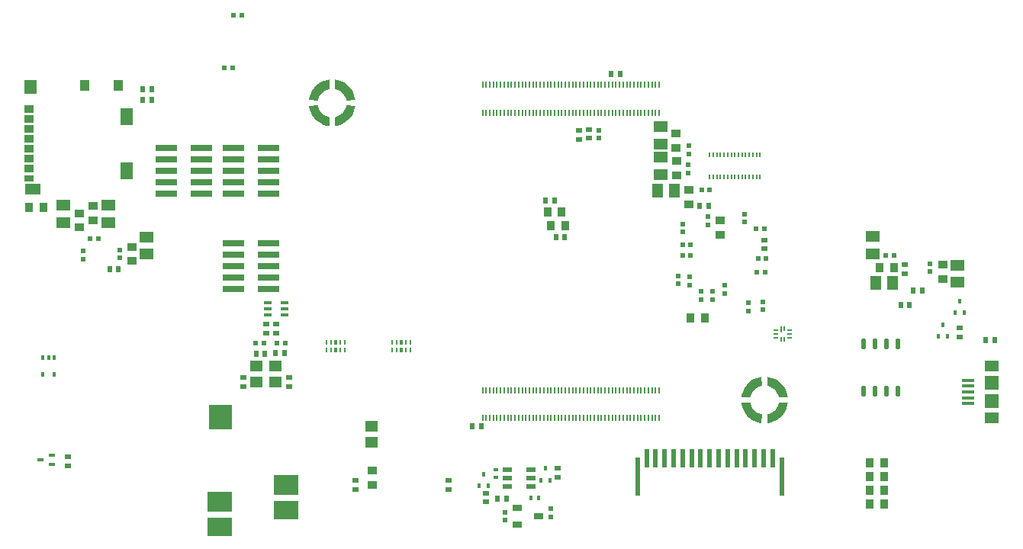
<source format=gbp>
G04*
G04 #@! TF.GenerationSoftware,Altium Limited,Altium Designer,20.0.13 (296)*
G04*
G04 Layer_Color=128*
%FSLAX44Y44*%
%MOMM*%
G71*
G01*
G75*
%ADD21R,0.6500X0.5500*%
%ADD24R,1.0000X0.9000*%
%ADD25R,0.9000X1.0000*%
%ADD26R,0.5500X0.6500*%
%ADD27R,0.6200X0.6200*%
%ADD28R,0.6000X4.2000*%
%ADD29R,0.6000X2.0000*%
%ADD41R,0.7100X0.3000*%
%ADD46R,0.6200X0.6200*%
%ADD154R,1.0000X0.6000*%
%ADD155R,0.2000X0.7000*%
%ADD156R,1.5000X1.3000*%
%ADD157R,0.5500X0.4500*%
%ADD158R,0.4500X0.5500*%
%ADD159R,0.9000X0.4000*%
G04:AMPARAMS|DCode=161|XSize=0.2mm|YSize=0.565mm|CornerRadius=0.05mm|HoleSize=0mm|Usage=FLASHONLY|Rotation=0.000|XOffset=0mm|YOffset=0mm|HoleType=Round|Shape=RoundedRectangle|*
%AMROUNDEDRECTD161*
21,1,0.2000,0.4650,0,0,0.0*
21,1,0.1000,0.5650,0,0,0.0*
1,1,0.1000,0.0500,-0.2325*
1,1,0.1000,-0.0500,-0.2325*
1,1,0.1000,-0.0500,0.2325*
1,1,0.1000,0.0500,0.2325*
%
%ADD161ROUNDEDRECTD161*%
G04:AMPARAMS|DCode=162|XSize=0.4mm|YSize=0.565mm|CornerRadius=0.05mm|HoleSize=0mm|Usage=FLASHONLY|Rotation=0.000|XOffset=0mm|YOffset=0mm|HoleType=Round|Shape=RoundedRectangle|*
%AMROUNDEDRECTD162*
21,1,0.4000,0.4650,0,0,0.0*
21,1,0.3000,0.5650,0,0,0.0*
1,1,0.1000,0.1500,-0.2325*
1,1,0.1000,-0.1500,-0.2325*
1,1,0.1000,-0.1500,0.2325*
1,1,0.1000,0.1500,0.2325*
%
%ADD162ROUNDEDRECTD162*%
%ADD163R,1.4500X1.1500*%
%ADD164R,2.8000X2.0000*%
%ADD165R,2.8000X2.2000*%
%ADD166R,2.6000X2.8000*%
%ADD167R,1.3500X1.5500*%
%ADD168R,1.8000X1.1700*%
%ADD169R,1.3500X1.9000*%
%ADD170R,1.0000X1.2000*%
%ADD171R,1.1000X0.8500*%
%ADD172R,1.1000X0.8750*%
%ADD173R,1.1000X0.7500*%
%ADD174R,1.3000X1.5000*%
%ADD175R,0.5630X0.2250*%
%ADD176R,0.2250X0.5630*%
%ADD177R,0.2250X0.6630*%
%ADD178R,0.2200X0.5000*%
%ADD179R,1.0000X0.8000*%
%ADD180O,0.5500X1.2500*%
%ADD181R,0.4000X0.5100*%
%ADD182R,1.5500X1.5000*%
%ADD183R,1.3500X0.4000*%
%ADD184R,2.4000X0.7600*%
%ADD186R,1.5500X1.2000*%
%ADD187R,1.5500X1.2000*%
%ADD221R,0.3700X0.5500*%
G36*
X327194Y480831D02*
X337243Y481222D01*
X337501Y480028D01*
X338286Y477716D01*
X339413Y475551D01*
X340856Y473582D01*
X342582Y471856D01*
X344551Y470413D01*
X346716Y469286D01*
X349028Y468501D01*
X350222Y468243D01*
Y468243D01*
X349831Y458194D01*
X347687Y458457D01*
X343544Y459684D01*
X339661Y461578D01*
X336143Y464088D01*
X333088Y467143D01*
X330578Y470661D01*
X328684Y474544D01*
X327457Y478687D01*
X327194Y480831D01*
X327194Y480831D01*
D02*
G37*
G36*
X349832Y509806D02*
X350222Y499757D01*
X349028Y499499D01*
X346716Y498714D01*
X344551Y497587D01*
X342582Y496144D01*
X340856Y494418D01*
X339413Y492449D01*
X338286Y490284D01*
X337501Y487972D01*
X337243Y486778D01*
X337243Y486778D01*
X327194Y487169D01*
X327457Y489313D01*
X328684Y493456D01*
X330578Y497339D01*
X333088Y500857D01*
X336143Y503913D01*
X339661Y506422D01*
X343544Y508316D01*
X347687Y509543D01*
X349831Y509806D01*
X349832D01*
D02*
G37*
G36*
X356169Y458194D02*
X355778Y468243D01*
X356972Y468501D01*
X359284Y469286D01*
X361449Y470413D01*
X363418Y471856D01*
X365144Y473582D01*
X366587Y475551D01*
X367714Y477716D01*
X368499Y480028D01*
X368757Y481222D01*
D01*
X378806Y480831D01*
X378543Y478687D01*
X377316Y474544D01*
X375422Y470661D01*
X372912Y467143D01*
X369857Y464088D01*
X366339Y461578D01*
X362456Y459684D01*
X358313Y458457D01*
X356169Y458194D01*
Y458194D01*
D02*
G37*
G36*
X378806Y487169D02*
X368757Y486778D01*
X368499Y487972D01*
X367714Y490284D01*
X366587Y492449D01*
X365144Y494418D01*
X363418Y496144D01*
X361449Y497587D01*
X359284Y498714D01*
X356972Y499499D01*
X355778Y499757D01*
X355778D01*
X356169Y509806D01*
X358313Y509543D01*
X362456Y508316D01*
X366339Y506422D01*
X369857Y503913D01*
X372912Y500857D01*
X375422Y497339D01*
X377316Y493456D01*
X378543Y489313D01*
X378806Y487169D01*
D01*
D02*
G37*
G36*
X807194Y150831D02*
X817243Y151222D01*
X817501Y150028D01*
X818286Y147716D01*
X819413Y145551D01*
X820856Y143582D01*
X822582Y141856D01*
X824551Y140413D01*
X826716Y139286D01*
X829028Y138501D01*
X830222Y138243D01*
Y138243D01*
X829831Y128194D01*
X827687Y128457D01*
X823544Y129684D01*
X819661Y131578D01*
X816143Y134088D01*
X813088Y137143D01*
X810579Y140661D01*
X808684Y144544D01*
X807457Y148687D01*
X807194Y150831D01*
X807194Y150831D01*
D02*
G37*
G36*
X829831Y179806D02*
X830222Y169757D01*
X829028Y169499D01*
X826716Y168714D01*
X824551Y167587D01*
X822582Y166144D01*
X820856Y164418D01*
X819413Y162449D01*
X818286Y160284D01*
X817501Y157972D01*
X817243Y156778D01*
X817243Y156778D01*
X807194Y157169D01*
X807457Y159313D01*
X808684Y163456D01*
X810579Y167339D01*
X813088Y170857D01*
X816143Y173913D01*
X819661Y176422D01*
X823544Y178316D01*
X827687Y179543D01*
X829831Y179806D01*
X829831D01*
D02*
G37*
G36*
X836169Y128194D02*
X835778Y138243D01*
X836972Y138501D01*
X839284Y139286D01*
X841449Y140413D01*
X843418Y141856D01*
X845144Y143582D01*
X846587Y145551D01*
X847714Y147716D01*
X848499Y150028D01*
X848757Y151222D01*
D01*
X858806Y150831D01*
X858543Y148687D01*
X857316Y144544D01*
X855422Y140661D01*
X852913Y137143D01*
X849857Y134088D01*
X846339Y131578D01*
X842456Y129684D01*
X838313Y128457D01*
X836169Y128194D01*
Y128194D01*
D02*
G37*
G36*
X858806Y157169D02*
X848757Y156778D01*
X848499Y157972D01*
X847714Y160284D01*
X846587Y162449D01*
X845144Y164418D01*
X843418Y166144D01*
X841449Y167587D01*
X839284Y168714D01*
X836972Y169499D01*
X835778Y169757D01*
X835778D01*
X836169Y179806D01*
X838313Y179543D01*
X842456Y178316D01*
X846339Y176422D01*
X849857Y173913D01*
X852913Y170857D01*
X855422Y167339D01*
X857316Y163456D01*
X858543Y159313D01*
X858806Y157169D01*
D01*
D02*
G37*
D21*
X379000Y55000D02*
D03*
Y65000D02*
D03*
X482000Y55000D02*
D03*
Y65000D02*
D03*
X254254Y178990D02*
D03*
Y168990D02*
D03*
X280206Y238506D02*
D03*
Y228506D02*
D03*
X291084Y238506D02*
D03*
Y228506D02*
D03*
X989000Y304156D02*
D03*
Y294156D02*
D03*
X833120Y321898D02*
D03*
Y331898D02*
D03*
X60184Y80813D02*
D03*
Y90813D02*
D03*
X305562Y168990D02*
D03*
Y178990D02*
D03*
X627281Y443286D02*
D03*
Y453286D02*
D03*
X637794Y444580D02*
D03*
Y454580D02*
D03*
X523494Y40720D02*
D03*
Y50720D02*
D03*
X603504Y78152D02*
D03*
Y68152D02*
D03*
X1049770Y224246D02*
D03*
Y234246D02*
D03*
D24*
X397662Y76072D02*
D03*
Y60072D02*
D03*
X784000Y353257D02*
D03*
Y337257D02*
D03*
X130656Y324263D02*
D03*
Y308263D02*
D03*
X72183Y361565D02*
D03*
Y345565D02*
D03*
X87470Y369565D02*
D03*
Y353565D02*
D03*
X1030945Y288517D02*
D03*
Y304517D02*
D03*
X735000Y450000D02*
D03*
Y434000D02*
D03*
X735116Y403689D02*
D03*
Y419688D02*
D03*
X749000Y371000D02*
D03*
Y387000D02*
D03*
D25*
X17000Y368000D02*
D03*
X33000D02*
D03*
X607948Y362712D02*
D03*
X591948D02*
D03*
X611504Y347218D02*
D03*
X595504D02*
D03*
X766500Y245100D02*
D03*
X750500D02*
D03*
X950000Y84000D02*
D03*
X966000D02*
D03*
X950000Y69000D02*
D03*
X966000D02*
D03*
X950000Y54000D02*
D03*
X966000D02*
D03*
X950000Y39000D02*
D03*
X966000D02*
D03*
X960600Y300794D02*
D03*
X976600D02*
D03*
D26*
X662512Y516382D02*
D03*
X672512D02*
D03*
X153000Y499000D02*
D03*
X143000D02*
D03*
X143000Y487000D02*
D03*
X153000D02*
D03*
X268558Y205740D02*
D03*
X278558D02*
D03*
X300402Y205994D02*
D03*
X290402D02*
D03*
X536500Y44452D02*
D03*
X546500D02*
D03*
X600122Y375158D02*
D03*
X590122D02*
D03*
X770900Y369563D02*
D03*
X760900D02*
D03*
X508334Y124714D02*
D03*
X518334D02*
D03*
X611298Y334518D02*
D03*
X601298D02*
D03*
X1078607Y220375D02*
D03*
X1088607D02*
D03*
X994000Y259313D02*
D03*
X984000D02*
D03*
X116000Y299000D02*
D03*
X106000D02*
D03*
X997857Y275655D02*
D03*
X1007857D02*
D03*
D27*
X243658Y580898D02*
D03*
X252658D02*
D03*
X233752Y522732D02*
D03*
X242752D02*
D03*
X277296Y217424D02*
D03*
X268296D02*
D03*
X300918Y217424D02*
D03*
X291918D02*
D03*
X823500Y344000D02*
D03*
X832500D02*
D03*
X825625Y311056D02*
D03*
X834625D02*
D03*
X824600Y296056D02*
D03*
X833600D02*
D03*
X750937Y326644D02*
D03*
X741937D02*
D03*
X750850Y314656D02*
D03*
X741850D02*
D03*
X93684Y332895D02*
D03*
X84684D02*
D03*
X967600Y314844D02*
D03*
X976600D02*
D03*
X772011Y387456D02*
D03*
X763011D02*
D03*
D28*
X852000Y69000D02*
D03*
X692000D02*
D03*
D29*
X842000Y89000D02*
D03*
X832000D02*
D03*
X822000D02*
D03*
X812000D02*
D03*
X802000D02*
D03*
X792000D02*
D03*
X782000D02*
D03*
X772000D02*
D03*
X762000D02*
D03*
X752000D02*
D03*
X742000D02*
D03*
X732000D02*
D03*
X722000D02*
D03*
X712000D02*
D03*
X702000D02*
D03*
D41*
X29490Y87414D02*
D03*
X41690Y82414D02*
D03*
Y92414D02*
D03*
D46*
X814900Y252749D02*
D03*
Y261749D02*
D03*
X737045Y292156D02*
D03*
Y283156D02*
D03*
X742558Y349600D02*
D03*
Y340600D02*
D03*
X749500Y290495D02*
D03*
Y281495D02*
D03*
X762526Y274756D02*
D03*
Y265756D02*
D03*
X774830Y274901D02*
D03*
Y265901D02*
D03*
X830889Y254149D02*
D03*
Y263149D02*
D03*
X788694Y281556D02*
D03*
Y272556D02*
D03*
X811000Y351500D02*
D03*
Y360500D02*
D03*
X770064Y348652D02*
D03*
Y357651D02*
D03*
X117000Y320763D02*
D03*
Y311763D02*
D03*
X76849Y310789D02*
D03*
Y319789D02*
D03*
X1016854Y296617D02*
D03*
Y305617D02*
D03*
X749135Y436351D02*
D03*
Y427351D02*
D03*
X748552Y405951D02*
D03*
Y414951D02*
D03*
X545338Y20392D02*
D03*
Y29392D02*
D03*
X596138Y33456D02*
D03*
Y24456D02*
D03*
X648970Y453572D02*
D03*
Y444572D02*
D03*
D154*
X573500Y58000D02*
D03*
Y67500D02*
D03*
Y77000D02*
D03*
X547500Y58000D02*
D03*
Y67500D02*
D03*
Y77000D02*
D03*
D155*
X520000Y504000D02*
D03*
Y473200D02*
D03*
X524000Y504000D02*
D03*
Y473200D02*
D03*
X528000Y504000D02*
D03*
Y473200D02*
D03*
X532000Y504000D02*
D03*
Y473200D02*
D03*
X536000Y504000D02*
D03*
Y473200D02*
D03*
X540000Y504000D02*
D03*
Y473200D02*
D03*
X544000Y504000D02*
D03*
Y473200D02*
D03*
X548000Y504000D02*
D03*
Y473200D02*
D03*
X552000Y504000D02*
D03*
Y473200D02*
D03*
X556000Y504000D02*
D03*
Y473200D02*
D03*
X560000Y504000D02*
D03*
Y473200D02*
D03*
X564000Y504000D02*
D03*
Y473200D02*
D03*
X568000Y504000D02*
D03*
Y473200D02*
D03*
X572000Y504000D02*
D03*
Y473200D02*
D03*
X576000Y504000D02*
D03*
Y473200D02*
D03*
X580000Y504000D02*
D03*
Y473200D02*
D03*
X584000Y504000D02*
D03*
Y473200D02*
D03*
X588000Y504000D02*
D03*
Y473200D02*
D03*
X592000Y504000D02*
D03*
Y473200D02*
D03*
X596000Y504000D02*
D03*
Y473200D02*
D03*
X600000Y504000D02*
D03*
Y473200D02*
D03*
X604000Y504000D02*
D03*
Y473200D02*
D03*
X608000Y504000D02*
D03*
Y473200D02*
D03*
X612000Y504000D02*
D03*
Y473200D02*
D03*
X616000Y504000D02*
D03*
Y473200D02*
D03*
X620000Y504000D02*
D03*
Y473200D02*
D03*
X624000Y504000D02*
D03*
Y473200D02*
D03*
X628000Y504000D02*
D03*
Y473200D02*
D03*
X632000Y504000D02*
D03*
Y473200D02*
D03*
X636000Y504000D02*
D03*
Y473200D02*
D03*
X640000Y504000D02*
D03*
Y473200D02*
D03*
X644000Y504000D02*
D03*
Y473200D02*
D03*
X648000Y504000D02*
D03*
Y473200D02*
D03*
X652000Y504000D02*
D03*
Y473200D02*
D03*
X656000Y504000D02*
D03*
Y473200D02*
D03*
X660000Y504000D02*
D03*
Y473200D02*
D03*
X664000Y504000D02*
D03*
Y473200D02*
D03*
X668000Y504000D02*
D03*
Y473200D02*
D03*
X672000Y504000D02*
D03*
Y473200D02*
D03*
X676000Y504000D02*
D03*
Y473200D02*
D03*
X680000Y504000D02*
D03*
Y473200D02*
D03*
X684000Y504000D02*
D03*
Y473200D02*
D03*
X688000Y504000D02*
D03*
Y473200D02*
D03*
X692000Y504000D02*
D03*
Y473200D02*
D03*
X696000Y504000D02*
D03*
Y473200D02*
D03*
X700000Y504000D02*
D03*
Y473200D02*
D03*
X704000Y504000D02*
D03*
Y473200D02*
D03*
X708000Y504000D02*
D03*
Y473200D02*
D03*
X712000Y504000D02*
D03*
Y473200D02*
D03*
X716000Y504000D02*
D03*
Y473200D02*
D03*
X520000Y164800D02*
D03*
Y134000D02*
D03*
X524000Y164800D02*
D03*
Y134000D02*
D03*
X528000Y164800D02*
D03*
Y134000D02*
D03*
X532000Y164800D02*
D03*
Y134000D02*
D03*
X536000Y164800D02*
D03*
Y134000D02*
D03*
X540000Y164800D02*
D03*
Y134000D02*
D03*
X544000Y164800D02*
D03*
Y134000D02*
D03*
X548000Y164800D02*
D03*
Y134000D02*
D03*
X552000Y164800D02*
D03*
Y134000D02*
D03*
X556000Y164800D02*
D03*
Y134000D02*
D03*
X560000Y164800D02*
D03*
Y134000D02*
D03*
X564000Y164800D02*
D03*
Y134000D02*
D03*
X568000Y164800D02*
D03*
Y134000D02*
D03*
X572000Y164800D02*
D03*
Y134000D02*
D03*
X576000Y164800D02*
D03*
Y134000D02*
D03*
X580000Y164800D02*
D03*
Y134000D02*
D03*
X584000Y164800D02*
D03*
Y134000D02*
D03*
X588000Y164800D02*
D03*
Y134000D02*
D03*
X592000Y164800D02*
D03*
Y134000D02*
D03*
X596000Y164800D02*
D03*
Y134000D02*
D03*
X600000Y164800D02*
D03*
Y134000D02*
D03*
X604000Y164800D02*
D03*
Y134000D02*
D03*
X608000Y164800D02*
D03*
Y134000D02*
D03*
X612000Y164800D02*
D03*
Y134000D02*
D03*
X616000Y164800D02*
D03*
Y134000D02*
D03*
X620000Y164800D02*
D03*
Y134000D02*
D03*
X624000Y164800D02*
D03*
Y134000D02*
D03*
X628000Y164800D02*
D03*
Y134000D02*
D03*
X632000Y164800D02*
D03*
Y134000D02*
D03*
X636000Y164800D02*
D03*
Y134000D02*
D03*
X640000Y164800D02*
D03*
Y134000D02*
D03*
X644000Y164800D02*
D03*
Y134000D02*
D03*
X648000Y164800D02*
D03*
Y134000D02*
D03*
X652000Y164800D02*
D03*
Y134000D02*
D03*
X656000Y164800D02*
D03*
Y134000D02*
D03*
X660000Y164800D02*
D03*
Y134000D02*
D03*
X664000Y164800D02*
D03*
Y134000D02*
D03*
X668000Y164800D02*
D03*
Y134000D02*
D03*
X672000Y164800D02*
D03*
Y134000D02*
D03*
X676000Y164800D02*
D03*
Y134000D02*
D03*
X680000Y164800D02*
D03*
Y134000D02*
D03*
X684000Y164800D02*
D03*
Y134000D02*
D03*
X688000Y164800D02*
D03*
Y134000D02*
D03*
X692000Y164800D02*
D03*
Y134000D02*
D03*
X696000Y164800D02*
D03*
Y134000D02*
D03*
X700000Y164800D02*
D03*
Y134000D02*
D03*
X704000Y164800D02*
D03*
Y134000D02*
D03*
X708000Y164800D02*
D03*
Y134000D02*
D03*
X712000Y164800D02*
D03*
Y134000D02*
D03*
X716000Y164800D02*
D03*
Y134000D02*
D03*
D156*
X717550Y457556D02*
D03*
Y438556D02*
D03*
Y404520D02*
D03*
Y423520D02*
D03*
X1047304Y284959D02*
D03*
Y303959D02*
D03*
X147000Y316080D02*
D03*
Y335080D02*
D03*
X953000Y316500D02*
D03*
Y335500D02*
D03*
X104902Y370180D02*
D03*
Y351180D02*
D03*
X54610D02*
D03*
Y370180D02*
D03*
D157*
X534500Y68000D02*
D03*
Y77000D02*
D03*
D158*
X582604Y45720D02*
D03*
X573604D02*
D03*
D159*
X300482Y261920D02*
D03*
Y255420D02*
D03*
Y248920D02*
D03*
X281482D02*
D03*
Y255420D02*
D03*
Y261920D02*
D03*
D161*
X420000Y209825D02*
D03*
X425000D02*
D03*
X435000D02*
D03*
X440000D02*
D03*
Y218175D02*
D03*
X435000D02*
D03*
X425000D02*
D03*
X420000D02*
D03*
X347000Y209825D02*
D03*
X352000D02*
D03*
X362000D02*
D03*
X367000D02*
D03*
Y218175D02*
D03*
X362000D02*
D03*
X352000D02*
D03*
X347000D02*
D03*
D162*
X430000Y209825D02*
D03*
Y218175D02*
D03*
X357000Y209825D02*
D03*
Y218175D02*
D03*
D163*
X397000Y125000D02*
D03*
Y107000D02*
D03*
X290068Y191736D02*
D03*
Y173736D02*
D03*
X268986Y191880D02*
D03*
Y173880D02*
D03*
D164*
X302026Y32164D02*
D03*
X228026Y13164D02*
D03*
D165*
Y41164D02*
D03*
X302026Y60164D02*
D03*
D166*
X229026Y135164D02*
D03*
D167*
X18250Y501600D02*
D03*
D168*
X20500Y388400D02*
D03*
D169*
X125250Y468350D02*
D03*
Y408650D02*
D03*
D170*
X115500Y503350D02*
D03*
X78500D02*
D03*
D171*
X17000Y477000D02*
D03*
Y455000D02*
D03*
Y444000D02*
D03*
Y433000D02*
D03*
Y422000D02*
D03*
Y411000D02*
D03*
D172*
Y466000D02*
D03*
D173*
Y400500D02*
D03*
D174*
X732892Y386842D02*
D03*
X713892D02*
D03*
X975363Y284406D02*
D03*
X956363D02*
D03*
D175*
X845408Y231538D02*
D03*
Y227538D02*
D03*
Y223538D02*
D03*
X860779D02*
D03*
Y227538D02*
D03*
Y231538D02*
D03*
D176*
X851094Y221853D02*
D03*
X855094D02*
D03*
Y233223D02*
D03*
D177*
X851094Y232723D02*
D03*
D178*
X808000Y402000D02*
D03*
X812000D02*
D03*
X828000Y426000D02*
D03*
X824000D02*
D03*
X820000D02*
D03*
X816000D02*
D03*
X812000D02*
D03*
X808000D02*
D03*
X804000D02*
D03*
X800000D02*
D03*
X796000D02*
D03*
X792000D02*
D03*
X788000D02*
D03*
X784000D02*
D03*
X780000D02*
D03*
X776000D02*
D03*
X772000D02*
D03*
Y402000D02*
D03*
X776000D02*
D03*
X780000D02*
D03*
X784000D02*
D03*
X788000D02*
D03*
X792000D02*
D03*
X796000D02*
D03*
X800000D02*
D03*
X804000D02*
D03*
X816000D02*
D03*
X820000D02*
D03*
X824000D02*
D03*
X828000D02*
D03*
D179*
X582484Y24892D02*
D03*
X558484Y34392D02*
D03*
Y15392D02*
D03*
D180*
X942762Y216325D02*
D03*
X955462D02*
D03*
X968162D02*
D03*
X980862D02*
D03*
X942762Y163825D02*
D03*
X955462D02*
D03*
X968162D02*
D03*
X980862D02*
D03*
D181*
X1049770Y263749D02*
D03*
X1044770Y250749D02*
D03*
X1054770D02*
D03*
X521500Y72000D02*
D03*
X516500Y59000D02*
D03*
X526500D02*
D03*
X589500Y78000D02*
D03*
X584500Y65000D02*
D03*
X594500D02*
D03*
X1030945Y237776D02*
D03*
X1025945Y224776D02*
D03*
X1035945D02*
D03*
D182*
X1085500Y153000D02*
D03*
Y173000D02*
D03*
D183*
X1058500Y150000D02*
D03*
Y156500D02*
D03*
Y163000D02*
D03*
Y169500D02*
D03*
Y176000D02*
D03*
D184*
X243390Y277114D02*
D03*
Y289814D02*
D03*
Y302514D02*
D03*
Y315214D02*
D03*
Y327914D02*
D03*
X282390Y277114D02*
D03*
Y289814D02*
D03*
Y302514D02*
D03*
Y315214D02*
D03*
Y327914D02*
D03*
X208000Y434340D02*
D03*
Y421640D02*
D03*
Y408940D02*
D03*
Y396240D02*
D03*
Y383540D02*
D03*
X169000Y434340D02*
D03*
Y421640D02*
D03*
Y408940D02*
D03*
Y396240D02*
D03*
Y383540D02*
D03*
X243390D02*
D03*
Y396240D02*
D03*
Y408940D02*
D03*
Y421640D02*
D03*
Y434340D02*
D03*
X282390Y383540D02*
D03*
Y396240D02*
D03*
Y408940D02*
D03*
Y421640D02*
D03*
Y434340D02*
D03*
D186*
X1085499Y134000D02*
D03*
D187*
X1085499Y192000D02*
D03*
D221*
X44854Y182270D02*
D03*
Y201270D02*
D03*
X31854Y182270D02*
D03*
Y201270D02*
D03*
X38354D02*
D03*
M02*

</source>
